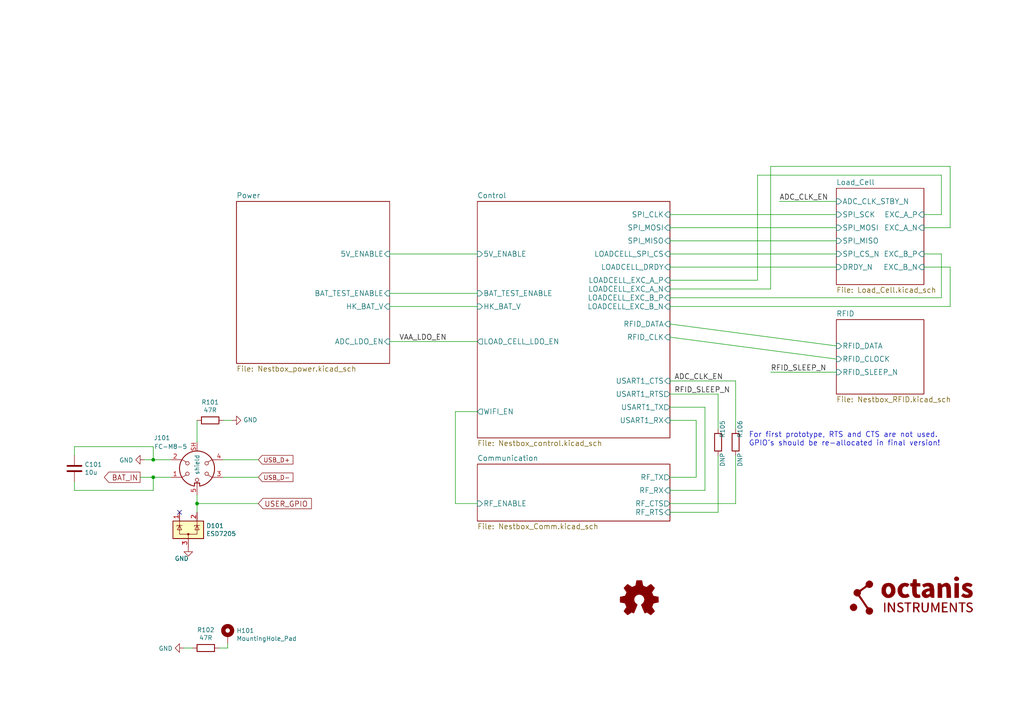
<source format=kicad_sch>
(kicad_sch (version 20211123) (generator eeschema)
  (paper "A4")
  (title_block (title "NB2-MAIN") (date "2022-01-30") (rev "3.2") (company "Octanis Instruments GmbH"))
  (lib_symbols
    (symbol "Device:R" (pin_numbers hide) (pin_names (offset 0))
      (property "Reference" "R" (at 2.032 0 90))
      (property "Value" "Device_R" (at 0 0 90))
      (symbol "R_0_1"
        (rectangle (start -1.016 -2.54) (end 1.016 2.54) (stroke (width 0.254)))
      )
      (symbol "R_1_1"
        (pin passive line (at 0 3.81 270) (length 1.27) (name "~") (number "1"))
        (pin passive line (at 0 -3.81 90) (length 1.27) (name "~") (number "2"))
      )
    )
    (symbol "Graphic:Logo_Open_Hardware_Small" (pin_names (offset 1.016))
      (symbol "Logo_Open_Hardware_Small_0_1"
        (polyline (pts (xy 3.3528 -4.3434) (xy 3.302 -4.318) (xy 3.175 -4.2418) (xy 2.9972 -4.1148) (xy 2.7686 -3.9624) (xy 2.54 -3.81) (xy 2.3622 -3.7084) (xy 2.2352 -3.6068) (xy 2.1844 -3.5814) (xy 2.159 -3.6068) (xy 2.0574 -3.6576) (xy 1.905 -3.7338) (xy 1.8034 -3.7846) (xy 1.6764 -3.8354) (xy 1.6002 -3.8354) (xy 1.6002 -3.8354) (xy 1.5494 -3.7338) (xy 1.4732 -3.5306) (xy 1.3462 -3.302) (xy 1.2446 -3.0226) (xy 1.1176 -2.7178) (xy 0.9652 -2.413) (xy 0.8636 -2.1082) (xy 0.7366 -1.8288) (xy 0.6604 -1.6256) (xy 0.6096 -1.4732) (xy 0.5842 -1.397) (xy 0.5842 -1.397) (xy 0.6604 -1.3208) (xy 0.7874 -1.2446) (xy 1.0414 -1.016) (xy 1.2954 -0.6858) (xy 1.4478 -0.3302) (xy 1.524 0.0762) (xy 1.4732 0.4572) (xy 1.3208 0.8128) (xy 1.0668 1.143) (xy 0.762 1.3716) (xy 0.4064 1.524) (xy 0 1.5748) (xy -0.381 1.5494) (xy -0.7366 1.397) (xy -1.0668 1.143) (xy -1.2192 0.9906) (xy -1.397 0.6604) (xy -1.524 0.3048) (xy -1.524 0.2286) (xy -1.4986 -0.1778) (xy -1.397 -0.5334) (xy -1.1938 -0.8636) (xy -0.9144 -1.143) (xy -0.8636 -1.1684) (xy -0.7366 -1.27) (xy -0.635 -1.3462) (xy -0.5842 -1.397) (xy -1.0668 -2.5908) (xy -1.143 -2.794) (xy -1.2954 -3.1242) (xy -1.397 -3.4036) (xy -1.4986 -3.6322) (xy -1.5748 -3.7846) (xy -1.6002 -3.8354) (xy -1.6002 -3.8354) (xy -1.651 -3.8354) (xy -1.7272 -3.81) (xy -1.905 -3.7338) (xy -2.0066 -3.683) (xy -2.1336 -3.6068) (xy -2.2098 -3.5814) (xy -2.2606 -3.6068) (xy -2.3622 -3.683) (xy -2.54 -3.81) (xy -2.7686 -3.9624) (xy -2.9718 -4.0894) (xy -3.1496 -4.2164) (xy -3.302 -4.318) (xy -3.3528 -4.3434) (xy -3.3782 -4.3434) (xy -3.429 -4.318) (xy -3.5306 -4.2164) (xy -3.7084 -4.064) (xy -3.937 -3.8354) (xy -3.9624 -3.81) (xy -4.1656 -3.6068) (xy -4.318 -3.4544) (xy -4.4196 -3.3274) (xy -4.445 -3.2766) (xy -4.445 -3.2766) (xy -4.4196 -3.2258) (xy -4.318 -3.0734) (xy -4.2164 -2.8956) (xy -4.064 -2.667) (xy -3.6576 -2.0828) (xy -3.8862 -1.5494) (xy -3.937 -1.3716) (xy -4.0386 -1.1684) (xy -4.0894 -1.0414) (xy -4.1148 -0.9652) (xy -4.191 -0.9398) (xy -4.318 -0.9144) (xy -4.5466 -0.8636) (xy -4.8006 -0.8128) (xy -5.0546 -0.7874) (xy -5.2578 -0.7366) (xy -5.4356 -0.7112) (xy -5.5118 -0.6858) (xy -5.5118 -0.6858) (xy -5.5372 -0.635) (xy -5.5372 -0.5588) (xy -5.5372 -0.4318) (xy -5.5626 -0.2286) (xy -5.5626 0.0762) (xy -5.5626 0.127) (xy -5.5372 0.4064) (xy -5.5372 0.635) (xy -5.5372 0.762) (xy -5.5372 0.8382) (xy -5.5372 0.8382) (xy -5.461 0.8382) (xy -5.3086 0.889) (xy -5.08 0.9144) (xy -4.826 0.9652) (xy -4.8006 0.9906) (xy -4.5466 1.0414) (xy -4.318 1.0668) (xy -4.1656 1.1176) (xy -4.0894 1.143) (xy -4.0894 1.143) (xy -4.0386 1.2446) (xy -3.9624 1.4224) (xy -3.8608 1.6256) (xy -3.7846 1.8288) (xy -3.7084 2.0066) (xy -3.6576 2.159) (xy -3.6322 2.2098) (xy -3.6322 2.2098) (xy -3.683 2.286) (xy -3.7592 2.413) (xy -3.8862 2.5908) (xy -4.064 2.8194) (xy -4.064 2.8448) (xy -4.2164 3.0734) (xy -4.3434 3.2512) (xy -4.4196 3.3782) (xy -4.445 3.4544) (xy -4.445 3.4544) (xy -4.3942 3.5052) (xy -4.2926 3.6322) (xy -4.1148 3.81) (xy -3.937 4.0132) (xy -3.8608 4.064) (xy -3.6576 4.2926) (xy -3.5052 4.4196) (xy -3.4036 4.4958) (xy -3.3528 4.5212) (xy -3.3528 4.5212) (xy -3.302 4.4704) (xy -3.1496 4.3688) (xy -2.9718 4.2418) (xy -2.7432 4.0894) (xy -2.7178 4.0894) (xy -2.4892 3.937) (xy -2.3114 3.81) (xy -2.1844 3.7084) (xy -2.1336 3.683) (xy -2.1082 3.683) (xy -2.032 3.7084) (xy -1.8542 3.7592) (xy -1.6764 3.8354) (xy -1.4732 3.937) (xy -1.27 4.0132) (xy -1.143 4.064) (xy -1.0668 4.1148) (xy -1.0668 4.1148) (xy -1.0414 4.191) (xy -1.016 4.3434) (xy -0.9652 4.572) (xy -0.9144 4.8514) (xy -0.889 4.9022) (xy -0.8382 5.1562) (xy -0.8128 5.3848) (xy -0.7874 5.5372) (xy -0.762 5.588) (xy -0.7112 5.6134) (xy -0.5842 5.6134) (xy -0.4064 5.6134) (xy -0.1524 5.6134) (xy 0.0762 5.6134) (xy 0.3302 5.6134) (xy 0.5334 5.6134) (xy 0.6858 5.588) (xy 0.7366 5.588) (xy 0.7366 5.588) (xy 0.762 5.5118) (xy 0.8128 5.334) (xy 0.8382 5.1054) (xy 0.9144 4.826) (xy 0.9144 4.7752) (xy 0.9652 4.5212) (xy 1.016 4.2926) (xy 1.0414 4.1402) (xy 1.0668 4.0894) (xy 1.0668 4.0894) (xy 1.1938 4.0386) (xy 1.3716 3.9624) (xy 1.5748 3.8608) (xy 2.0828 3.6576) (xy 2.7178 4.0894) (xy 2.7686 4.1402) (xy 2.9972 4.2926) (xy 3.175 4.4196) (xy 3.302 4.4958) (xy 3.3782 4.5212) (xy 3.3782 4.5212) (xy 3.429 4.4704) (xy 3.556 4.3434) (xy 3.7338 4.191) (xy 3.9116 3.9878) (xy 4.064 3.8354) (xy 4.2418 3.6576) (xy 4.3434 3.556) (xy 4.4196 3.4798) (xy 4.4196 3.429) (xy 4.4196 3.4036) (xy 4.3942 3.3274) (xy 4.2926 3.2004) (xy 4.1656 2.9972) (xy 4.0132 2.794) (xy 3.8862 2.5908) (xy 3.7592 2.3876) (xy 3.6576 2.2352) (xy 3.6322 2.159) (xy 3.6322 2.1336) (xy 3.683 2.0066) (xy 3.7592 1.8288) (xy 3.8608 1.6002) (xy 4.064 1.1176) (xy 4.3942 1.0414) (xy 4.5974 1.016) (xy 4.8768 0.9652) (xy 5.1308 0.9144) (xy 5.5372 0.8382) (xy 5.5626 -0.6604) (xy 5.4864 -0.6858) (xy 5.4356 -0.6858) (xy 5.2832 -0.7366) (xy 5.0546 -0.762) (xy 4.8006 -0.8128) (xy 4.5974 -0.8636) (xy 4.3688 -0.9144) (xy 4.2164 -0.9398) (xy 4.1402 -0.9398) (xy 4.1148 -0.9652) (xy 4.064 -1.0668) (xy 3.9878 -1.2446) (xy 3.9116 -1.4478) (xy 3.81 -1.651) (xy 3.7338 -1.8542) (xy 3.683 -2.0066) (xy 3.6576 -2.0828) (xy 3.683 -2.1336) (xy 3.7846 -2.2606) (xy 3.8862 -2.4638) (xy 4.0386 -2.667) (xy 4.191 -2.8956) (xy 4.318 -3.0734) (xy 4.3942 -3.2004) (xy 4.445 -3.2766) (xy 4.4196 -3.3274) (xy 4.3434 -3.429) (xy 4.1656 -3.5814) (xy 3.937 -3.8354) (xy 3.8862 -3.8608) (xy 3.683 -4.064) (xy 3.5306 -4.2164) (xy 3.4036 -4.318) (xy 3.3528 -4.3434)) (fill (type outline)))
      )
    )
    (symbol "Mechanical:MountingHole_Pad" (pin_numbers hide) (pin_names (offset 1.016) hide)
      (property "Reference" "H" (at 0 6.35 0))
      (property "Value" "Mechanical_MountingHole_Pad" (at 0 4.445 0))
      (symbol "MountingHole_Pad_0_1"
        (circle (center 0 1.27) (radius 1.27) (stroke (width 1.27)))
      )
      (symbol "MountingHole_Pad_1_1"
        (pin input line (at 0 -2.54 90) (length 2.54) (name "1") (number "1"))
      )
    )
    (symbol "Nestbox_v2-rescue:C-device" (pin_numbers hide) (pin_names (offset 0.254))
      (property "Reference" "C" (at 0.635 2.54 0))
      (property "Value" "C-device" (at 0.635 -2.54 0))
      (symbol "C-device_0_1"
        (polyline (pts (xy -2.032 -0.762) (xy 2.032 -0.762)) (stroke (width 0.508)))
        (polyline (pts (xy -2.032 0.762) (xy 2.032 0.762)) (stroke (width 0.508)))
      )
      (symbol "C-device_1_1"
        (pin passive line (at 0 3.81 270) (length 2.794) (name "~") (number "1"))
        (pin passive line (at 0 -3.81 90) (length 2.794) (name "~") (number "2"))
      )
    )
    (symbol "Octanis3:FC-M8-5" (pin_names (offset 1.016))
      (property "Reference" "J101" (at -10.16 8.89 0))
      (property "Value" "FC-M8-5" (at -7.62 6.35 0))
      (symbol "FC-M8-5_0_1"
        (arc (start -5.08 0) (mid -3.8597 -3.3379) (end -0.762 -5.08) (stroke (width 0.254)))
        (circle (center -2.794 -1.524) (radius 0.508))
        (circle (center -2.794 1.524) (radius 0.508))
        (circle (center 0 -3.302) (radius 0.508))
        (polyline (pts (xy 0 -5.08) (xy 0 -3.81)))
        (polyline (pts (xy -5.08 -2.54) (xy -4.318 -2.54) (xy -3.175 -1.905)))
        (polyline (pts (xy -5.08 2.54) (xy -4.318 2.54) (xy -3.175 1.905)))
        (polyline (pts (xy 5.08 -2.54) (xy 4.318 -2.54) (xy 3.175 -1.905)))
        (polyline (pts (xy 5.08 2.54) (xy 4.318 2.54) (xy 3.175 1.905)))
        (polyline (pts (xy -0.762 -4.953) (xy -0.762 -4.191) (xy 0.762 -4.191) (xy 0.762 -4.953)) (stroke (width 0.254)))
        (arc (start 0.762 -5.08) (mid 3.8673 -3.3444) (end 5.08 0) (stroke (width 0.254)))
        (circle (center 2.794 -1.524) (radius 0.508))
        (circle (center 2.794 1.524) (radius 0.508))
        (arc (start 5.08 0) (mid 0 5.08) (end -5.08 0) (stroke (width 0.254)))
      )
      (symbol "FC-M8-5_1_1"
        (pin passive line (at -7.62 -2.54 0) (length 2.54) (name "~") (number "1"))
        (pin passive line (at -7.62 2.54 0) (length 2.54) (name "~") (number "2"))
        (pin passive line (at 7.62 -2.54 180) (length 2.54) (name "~") (number "3"))
        (pin passive line (at 7.62 2.54 180) (length 2.54) (name "~") (number "4"))
        (pin passive line (at 0 -7.62 90) (length 2.54) (name "~") (number "5"))
        (pin passive line (at 0 7.62 270) (length 2.54) (name "shield") (number "SH"))
      )
    )
    (symbol "Power_Protection:SP0502BAHT" (pin_names hide)
      (property "Reference" "D" (at 5.715 2.54 0))
      (property "Value" "Power_Protection_SP0502BAHT" (at 5.715 0.635 0))
      (symbol "SP0502BAHT_0_0"
        (pin passive line (at 0 -5.08 90) (length 2.54) (name "A") (number "3"))
      )
      (symbol "SP0502BAHT_0_1"
        (rectangle (start -4.445 2.54) (end 4.445 -2.54) (stroke (width 0.254)) (fill (type background)))
        (circle (center 0 -1.27) (radius 0.254) (fill (type outline)))
        (polyline (pts (xy -2.54 2.54) (xy -2.54 1.27)))
        (polyline (pts (xy 0 -1.27) (xy 0 -2.54)))
        (polyline (pts (xy 2.54 2.54) (xy 2.54 1.27)))
        (polyline (pts (xy -3.302 1.016) (xy -3.302 1.27) (xy -1.905 1.27) (xy -1.778 1.27)))
        (polyline (pts (xy -2.54 1.27) (xy -2.54 -1.27) (xy 2.54 -1.27) (xy 2.54 1.27)))
        (polyline (pts (xy -2.54 1.27) (xy -1.905 0) (xy -3.175 0) (xy -2.54 1.27)))
        (polyline (pts (xy 1.778 1.016) (xy 1.778 1.27) (xy 3.175 1.27) (xy 3.302 1.27)))
        (polyline (pts (xy 2.54 1.27) (xy 1.905 0) (xy 3.175 0) (xy 2.54 1.27)))
      )
      (symbol "SP0502BAHT_1_1"
        (pin passive line (at -2.54 5.08 270) (length 2.54) (name "K") (number "1"))
        (pin passive line (at 2.54 5.08 270) (length 2.54) (name "K") (number "2"))
      )
    )
    (symbol "oi_logo:LOGO" (pin_names (offset 1.016))
      (symbol "LOGO_0_0"
        (polyline (pts (xy 13.9192 3.5306) (xy 12.7 3.5306) (xy 12.7 -0.635) (xy 13.9192 -0.635) (xy 13.9192 3.5306)) (stroke (width 0.0254)) (fill (type outline)))
        (polyline (pts (xy 13.589 4.2926) (xy 13.843 4.4704) (xy 13.9954 4.7498) (xy 13.97 5.0038) (xy 13.7922 5.2578) (xy 13.716 5.3086) (xy 13.4366 5.461) (xy 13.1318 5.461) (xy 12.8778 5.3594) (xy 12.6746 5.1308) (xy 12.5984 4.8514) (xy 12.6492 4.6228) (xy 12.7762 4.3942) (xy 12.9794 4.2672) (xy 13.2842 4.2164) (xy 13.589 4.2926)) (stroke (width 0.0254)) (fill (type outline)))
        (polyline (pts (xy -7.4676 -4.7752) (xy -7.4422 -4.6228) (xy -7.4168 -4.3688) (xy -7.4168 -2.5908) (xy -7.4422 -2.3114) (xy -7.4676 -2.1336) (xy -7.493 -2.0574) (xy -7.5438 -2.032) (xy -7.5946 -2.0574) (xy -7.62 -2.1082) (xy -7.6454 -2.2606) (xy -7.6708 -2.5146) (xy -7.6708 -4.2926) (xy -7.6454 -4.572) (xy -7.62 -4.7498) (xy -7.5946 -4.826) (xy -7.5438 -4.8514) (xy -7.493 -4.8514) (xy -7.4676 -4.7752)) (stroke (width 0.0254)) (fill (type outline)))
        (polyline (pts (xy -16.1798 -4.3942) (xy -15.9258 -4.2418) (xy -15.748 -4.0386) (xy -15.5956 -3.6576) (xy -15.5702 -3.2766) (xy -15.6972 -2.921) (xy -15.9512 -2.6162) (xy -16.3322 -2.4384) (xy -16.4338 -2.413) (xy -16.7894 -2.4384) (xy -17.1196 -2.5908) (xy -17.4244 -2.8448) (xy -17.6022 -3.175) (xy -17.6276 -3.4036) (xy -17.5768 -3.7846) (xy -17.3482 -4.1148) (xy -16.9926 -4.3942) (xy -16.8148 -4.4704) (xy -16.51 -4.4704) (xy -16.1798 -4.3942)) (stroke (width 0.0254)) (fill (type outline)))
        (polyline (pts (xy 10.6172 -4.826) (xy 10.7188 -4.7752) (xy 10.7442 -4.7244) (xy 10.7442 -4.6736) (xy 10.6426 -4.6228) (xy 10.4394 -4.5974) (xy 9.4234 -4.5974) (xy 9.4234 -3.5306) (xy 10.3124 -3.5306) (xy 10.4394 -3.4798) (xy 10.4902 -3.4036) (xy 10.4902 -3.3782) (xy 10.4394 -3.302) (xy 10.2616 -3.2766) (xy 9.4234 -3.2766) (xy 9.4234 -2.286) (xy 10.4902 -2.286) (xy 10.6426 -2.2352) (xy 10.668 -2.159) (xy 10.6172 -2.0828) (xy 10.4902 -2.0574) (xy 10.2616 -2.032) (xy 9.0678 -2.032) (xy 9.0678 -4.8514) (xy 10.3886 -4.8514) (xy 10.6172 -4.826)) (stroke (width 0.0254)) (fill (type outline)))
        (polyline (pts (xy 15.0368 -4.7752) (xy 15.0622 -4.6482) (xy 15.0622 -4.4196) (xy 15.0876 -4.064) (xy 15.0876 -2.286) (xy 15.6464 -2.286) (xy 15.8242 -2.2606) (xy 15.875 -2.159) (xy 15.8496 -2.1082) (xy 15.7734 -2.0828) (xy 15.5956 -2.0574) (xy 15.2908 -2.032) (xy 14.5034 -2.032) (xy 14.1732 -2.0574) (xy 13.97 -2.0574) (xy 13.8684 -2.1082) (xy 13.843 -2.159) (xy 13.8684 -2.2352) (xy 13.9954 -2.286) (xy 14.732 -2.286) (xy 14.732 -4.4958) (xy 14.7574 -4.699) (xy 14.7828 -4.8006) (xy 14.8336 -4.8514) (xy 14.986 -4.8514) (xy 15.0368 -4.7752)) (stroke (width 0.0254)) (fill (type outline)))
        (polyline (pts (xy -0.7874 -4.8006) (xy -0.7366 -4.6736) (xy -0.7112 -4.4704) (xy -0.7112 -4.1148) (xy -0.6858 -3.6068) (xy -0.6604 -2.3368) (xy -0.254 -2.3114) (xy -0.1016 -2.3114) (xy 0.1016 -2.2606) (xy 0.1778 -2.159) (xy 0.1524 -2.1336) (xy 0.0762 -2.0828) (xy -0.1016 -2.0574) (xy -0.4064 -2.032) (xy -1.1938 -2.032) (xy -1.524 -2.0574) (xy -1.7272 -2.0574) (xy -1.8288 -2.1082) (xy -1.8542 -2.159) (xy -1.8288 -2.2352) (xy -1.7018 -2.286) (xy -0.9652 -2.286) (xy -0.9652 -4.5466) (xy -0.9398 -4.7244) (xy -0.889 -4.826) (xy -0.8382 -4.8514) (xy -0.7874 -4.8006)) (stroke (width 0.0254)) (fill (type outline)))
        (polyline (pts (xy 9.0678 2.286) (xy 9.3726 2.4638) (xy 9.6012 2.5908) (xy 9.906 2.6416) (xy 10.1854 2.5146) (xy 10.2108 2.4892) (xy 10.2616 2.413) (xy 10.3124 2.3114) (xy 10.3378 2.1336) (xy 10.3632 1.8542) (xy 10.3632 1.4478) (xy 10.3886 0.889) (xy 10.414 -0.635) (xy 11.6586 -0.635) (xy 11.6332 0.9906) (xy 11.6332 1.0922) (xy 11.6078 1.651) (xy 11.5824 2.0828) (xy 11.557 2.3876) (xy 11.5316 2.6162) (xy 11.4808 2.794) (xy 11.4046 2.9464) (xy 11.1506 3.3274) (xy 10.795 3.556) (xy 10.3886 3.6576) (xy 9.906 3.5814) (xy 9.4234 3.3528) (xy 9.2202 3.2258) (xy 9.0424 3.1242) (xy 8.9408 3.0734) (xy 8.8646 3.302) (xy 8.8392 3.4036) (xy 8.763 3.4798) (xy 8.6106 3.5052) (xy 8.3312 3.5306) (xy 7.8486 3.5306) (xy 7.8486 -0.635) (xy 9.0678 -0.635) (xy 9.0678 2.286)) (stroke (width 0.0254)) (fill (type outline)))
        (polyline (pts (xy -1.143 -0.6096) (xy -0.7112 -0.4318) (xy -0.3556 -0.2286) (xy -0.5588 0.0762) (xy -0.5842 0.1524) (xy -0.7366 0.381) (xy -0.8382 0.4826) (xy -0.9652 0.4826) (xy -1.143 0.4064) (xy -1.4732 0.2794) (xy -1.8288 0.3048) (xy -2.159 0.4572) (xy -2.3876 0.7366) (xy -2.5146 1.1176) (xy -2.54 1.6002) (xy -2.4384 2.0066) (xy -2.2606 2.3622) (xy -1.9812 2.5908) (xy -1.651 2.667) (xy -1.2954 2.6162) (xy -0.9906 2.4638) (xy -0.7112 2.8448) (xy -0.4318 3.2004) (xy -0.635 3.3528) (xy -0.8636 3.4798) (xy -1.2954 3.6068) (xy -1.778 3.6322) (xy -2.286 3.556) (xy -2.7178 3.4036) (xy -2.8194 3.3274) (xy -3.048 3.1496) (xy -3.2766 2.921) (xy -3.4798 2.667) (xy -3.7084 2.159) (xy -3.7846 1.6002) (xy -3.7592 1.0668) (xy -3.6068 0.5334) (xy -3.3528 0.0508) (xy -2.9718 -0.3302) (xy -2.5146 -0.5842) (xy -2.1336 -0.6604) (xy -1.6256 -0.6858) (xy -1.143 -0.6096)) (stroke (width 0.0254)) (fill (type outline)))
        (polyline (pts (xy 2.5654 -0.635) (xy 2.667 -0.5842) (xy 2.7432 -0.4826) (xy 2.7432 -0.2794) (xy 2.6924 0.0508) (xy 2.6416 0.1778) (xy 2.5146 0.254) (xy 2.286 0.254) (xy 2.0828 0.2794) (xy 1.905 0.3556) (xy 1.778 0.4826) (xy 1.7272 0.7366) (xy 1.6764 1.1176) (xy 1.6764 2.6416) (xy 2.7178 2.6416) (xy 2.7178 3.5052) (xy 2.2352 3.5306) (xy 1.7272 3.556) (xy 1.7018 4.1148) (xy 1.651 4.6736) (xy 0.7112 4.6736) (xy 0.6604 4.3434) (xy 0.6096 4.1402) (xy 0.5588 3.8354) (xy 0.508 3.6322) (xy 0.4572 3.556) (xy 0.3556 3.5306) (xy -0.1016 3.5306) (xy -0.1016 2.8702) (xy -0.0508 2.7178) (xy 0.0254 2.6416) (xy 0.4318 2.6416) (xy 0.4318 1.7526) (xy 0.4572 1.0668) (xy 0.508 0.5588) (xy 0.6096 0.1524) (xy 0.762 -0.1524) (xy 0.9652 -0.381) (xy 1.2446 -0.5588) (xy 1.3208 -0.6096) (xy 1.7018 -0.6858) (xy 2.159 -0.6858) (xy 2.5654 -0.635)) (stroke (width 0.0254)) (fill (type outline)))
        (polyline (pts (xy 13.2334 -4.826) (xy 13.2588 -4.7498) (xy 13.2842 -4.5974) (xy 13.3096 -4.3434) (xy 13.3096 -2.6162) (xy 13.2842 -2.3368) (xy 13.2588 -2.159) (xy 13.2334 -2.0574) (xy 13.1826 -2.032) (xy 13.1318 -2.0574) (xy 13.081 -2.1844) (xy 13.0556 -2.3876) (xy 13.0302 -2.7178) (xy 13.0302 -3.2004) (xy 13.0048 -4.3688) (xy 12.3444 -3.2004) (xy 12.2428 -3.0226) (xy 11.9888 -2.5654) (xy 11.7856 -2.2606) (xy 11.6332 -2.0828) (xy 11.5316 -2.032) (xy 11.5062 -2.032) (xy 11.4554 -2.0574) (xy 11.4046 -2.1336) (xy 11.4046 -2.286) (xy 11.3792 -2.54) (xy 11.3792 -4.2926) (xy 11.4046 -4.572) (xy 11.43 -4.7498) (xy 11.4554 -4.826) (xy 11.5062 -4.8514) (xy 11.557 -4.826) (xy 11.6078 -4.699) (xy 11.6332 -4.4958) (xy 11.6332 -2.5146) (xy 12.319 -3.683) (xy 12.446 -3.937) (xy 12.7254 -4.3688) (xy 12.9032 -4.6482) (xy 13.0556 -4.8006) (xy 13.1572 -4.8514) (xy 13.1826 -4.8514) (xy 13.2334 -4.826)) (stroke (width 0.0254)) (fill (type outline)))
        (polyline (pts (xy 4.5974 -4.8006) (xy 4.826 -4.6482) (xy 5.0038 -4.3942) (xy 5.1054 -4.0386) (xy 5.1816 -3.5052) (xy 5.207 -2.8448) (xy 5.207 -2.54) (xy 5.1816 -2.2606) (xy 5.1562 -2.1082) (xy 5.1054 -2.0574) (xy 5.0292 -2.032) (xy 4.9784 -2.032) (xy 4.9276 -2.0828) (xy 4.8768 -2.1844) (xy 4.8514 -2.3622) (xy 4.8514 -2.667) (xy 4.826 -3.1242) (xy 4.826 -3.6068) (xy 4.8006 -3.937) (xy 4.7498 -4.1656) (xy 4.699 -4.2926) (xy 4.5466 -4.4958) (xy 4.2672 -4.5974) (xy 3.9624 -4.572) (xy 3.7084 -4.4196) (xy 3.6576 -4.3942) (xy 3.6068 -4.2926) (xy 3.556 -4.1402) (xy 3.5306 -3.937) (xy 3.5306 -2.7686) (xy 3.5052 -2.413) (xy 3.5052 -2.2098) (xy 3.4798 -2.0828) (xy 3.429 -2.032) (xy 3.302 -2.032) (xy 3.2512 -2.0574) (xy 3.2004 -2.159) (xy 3.175 -2.3114) (xy 3.175 -3.4544) (xy 3.2258 -3.9624) (xy 3.302 -4.3434) (xy 3.4036 -4.5974) (xy 3.5814 -4.7498) (xy 3.6322 -4.7752) (xy 3.8608 -4.826) (xy 4.1656 -4.8514) (xy 4.2672 -4.8514) (xy 4.5974 -4.8006)) (stroke (width 0.0254)) (fill (type outline)))
        (polyline (pts (xy -2.7432 -4.826) (xy -2.413 -4.699) (xy -2.1844 -4.4704) (xy -2.1082 -4.1148) (xy -2.1336 -4.064) (xy -2.159 -3.8354) (xy -2.286 -3.6322) (xy -2.54 -3.429) (xy -2.921 -3.2258) (xy -3.0226 -3.175) (xy -3.302 -3.0226) (xy -3.4544 -2.8956) (xy -3.5306 -2.7432) (xy -3.5052 -2.5908) (xy -3.3528 -2.413) (xy -3.1242 -2.3114) (xy -2.8448 -2.3114) (xy -2.54 -2.3876) (xy -2.413 -2.4384) (xy -2.286 -2.413) (xy -2.2606 -2.3114) (xy -2.3876 -2.1844) (xy -2.413 -2.1844) (xy -2.6924 -2.0574) (xy -3.0226 -2.032) (xy -3.3528 -2.0828) (xy -3.6068 -2.2098) (xy -3.7846 -2.413) (xy -3.8608 -2.7178) (xy -3.7846 -2.9972) (xy -3.5306 -3.2766) (xy -3.0988 -3.5306) (xy -2.5908 -3.8354) (xy -2.4892 -3.9624) (xy -2.413 -4.1402) (xy -2.4892 -4.3434) (xy -2.6416 -4.4958) (xy -2.8956 -4.572) (xy -3.2258 -4.572) (xy -3.5306 -4.445) (xy -3.6576 -4.3942) (xy -3.8608 -4.3688) (xy -3.9624 -4.4196) (xy -3.9116 -4.5466) (xy -3.7338 -4.699) (xy -3.7084 -4.7244) (xy -3.4036 -4.826) (xy -3.0226 -4.8514) (xy -2.7432 -4.826)) (stroke (width 0.0254)) (fill (type outline)))
        (polyline (pts (xy 17.3228 -4.826) (xy 17.526 -4.7752) (xy 17.7292 -4.5974) (xy 17.8816 -4.3942) (xy 17.9832 -4.0894) (xy 17.907 -3.81) (xy 17.653 -3.5306) (xy 17.2212 -3.2766) (xy 16.8402 -3.0734) (xy 16.6116 -2.8702) (xy 16.5608 -2.6924) (xy 16.637 -2.4892) (xy 16.8402 -2.3368) (xy 17.145 -2.3114) (xy 17.6784 -2.4638) (xy 17.8308 -2.413) (xy 17.8562 -2.3368) (xy 17.7546 -2.2352) (xy 17.5514 -2.1336) (xy 17.2974 -2.0574) (xy 17.018 -2.032) (xy 16.9926 -2.032) (xy 16.6624 -2.1082) (xy 16.4084 -2.286) (xy 16.256 -2.54) (xy 16.2306 -2.8448) (xy 16.3322 -3.1242) (xy 16.4846 -3.2512) (xy 16.7386 -3.4036) (xy 17.018 -3.5814) (xy 17.2212 -3.6576) (xy 17.4498 -3.81) (xy 17.5768 -3.937) (xy 17.6276 -4.064) (xy 17.6022 -4.2418) (xy 17.5006 -4.445) (xy 17.3482 -4.5466) (xy 17.0434 -4.5974) (xy 16.7386 -4.5466) (xy 16.4592 -4.4196) (xy 16.2814 -4.318) (xy 16.1798 -4.2926) (xy 16.129 -4.3942) (xy 16.1798 -4.572) (xy 16.383 -4.7244) (xy 16.4592 -4.7498) (xy 16.7386 -4.826) (xy 17.0434 -4.8514) (xy 17.3228 -4.826)) (stroke (width 0.0254)) (fill (type outline)))
        (polyline (pts (xy -6.2992 -4.8006) (xy -6.2738 -4.6736) (xy -6.2738 -2.6162) (xy -6.2484 -2.5654) (xy -6.223 -2.5908) (xy -6.1468 -2.7432) (xy -5.9944 -3.0226) (xy -5.7912 -3.3528) (xy -5.5626 -3.7592) (xy -5.5118 -3.8862) (xy -5.2324 -4.318) (xy -5.0292 -4.5974) (xy -4.9022 -4.7752) (xy -4.7752 -4.8514) (xy -4.7244 -4.8514) (xy -4.6736 -4.826) (xy -4.6228 -4.7498) (xy -4.5974 -4.5974) (xy -4.5974 -2.3368) (xy -4.6228 -2.159) (xy -4.6482 -2.0828) (xy -4.699 -2.032) (xy -4.8006 -2.032) (xy -4.8768 -2.0574) (xy -4.9022 -2.0828) (xy -4.9276 -2.2098) (xy -4.953 -2.413) (xy -4.953 -2.7432) (xy -4.9276 -3.2258) (xy -4.8768 -4.4196) (xy -5.5626 -3.2258) (xy -5.6642 -3.0226) (xy -5.8928 -2.6162) (xy -6.096 -2.3368) (xy -6.223 -2.159) (xy -6.3246 -2.0574) (xy -6.4262 -2.032) (xy -6.477 -2.032) (xy -6.5532 -2.0574) (xy -6.5786 -2.1336) (xy -6.604 -2.286) (xy -6.604 -2.54) (xy -6.6294 -2.921) (xy -6.6294 -3.8608) (xy -6.604 -4.2672) (xy -6.604 -4.5466) (xy -6.5786 -4.7244) (xy -6.5532 -4.8006) (xy -6.5024 -4.8514) (xy -6.35 -4.8514) (xy -6.2992 -4.8006)) (stroke (width 0.0254)) (fill (type outline)))
        (polyline (pts (xy -6.0706 -0.6604) (xy -5.5372 -0.4572) (xy -5.08 -0.127) (xy -4.7498 0.3302) (xy -4.6482 0.5334) (xy -4.5466 0.7874) (xy -4.4958 1.0668) (xy -4.4704 1.4478) (xy -4.4704 1.524) (xy -4.5466 2.159) (xy -4.7752 2.6924) (xy -5.1054 3.1242) (xy -5.6134 3.4544) (xy -5.8674 3.556) (xy -6.3754 3.6322) (xy -6.9088 3.5814) (xy -7.4168 3.429) (xy -7.8486 3.1496) (xy -8.0772 2.8448) (xy -8.3058 2.3622) (xy -8.4328 1.8288) (xy -8.4328 1.4224) (xy -7.239 1.4224) (xy -7.239 1.5748) (xy -7.1628 2.0574) (xy -7.0358 2.3876) (xy -6.7818 2.5908) (xy -6.7564 2.6162) (xy -6.4262 2.6924) (xy -6.1214 2.6162) (xy -5.8928 2.3622) (xy -5.7404 1.9558) (xy -5.6896 1.7272) (xy -5.6896 1.2446) (xy -5.7912 0.8382) (xy -6.0198 0.508) (xy -6.0198 0.4826) (xy -6.2992 0.3048) (xy -6.5786 0.254) (xy -6.8326 0.381) (xy -7.0358 0.6096) (xy -7.1882 0.9652) (xy -7.239 1.4224) (xy -8.4328 1.4224) (xy -8.4582 1.2446) (xy -8.382 0.6604) (xy -8.3566 0.5842) (xy -8.1534 0.254) (xy -7.874 -0.1016) (xy -7.5438 -0.381) (xy -7.1882 -0.5842) (xy -7.1628 -0.5842) (xy -6.604 -0.7112) (xy -6.0706 -0.6604)) (stroke (width 0.0254)) (fill (type outline)))
        (polyline (pts (xy 0.9906 -4.826) (xy 1.016 -4.7498) (xy 1.0414 -4.572) (xy 1.0668 -4.2418) (xy 1.0668 -3.6322) (xy 1.4732 -3.6322) (xy 1.6002 -3.7338) (xy 1.7272 -3.9116) (xy 1.905 -4.191) (xy 1.9304 -4.2418) (xy 2.0828 -4.5212) (xy 2.2352 -4.7244) (xy 2.3368 -4.826) (xy 2.3622 -4.826) (xy 2.4892 -4.8514) (xy 2.54 -4.7752) (xy 2.4638 -4.572) (xy 2.286 -4.2418) (xy 2.2606 -4.191) (xy 2.0828 -3.9116) (xy 2.032 -3.7338) (xy 2.032 -3.6322) (xy 2.0828 -3.5814) (xy 2.3114 -3.4036) (xy 2.4892 -3.1496) (xy 2.54 -2.8448) (xy 2.5146 -2.6162) (xy 2.413 -2.3368) (xy 2.159 -2.159) (xy 1.8034 -2.0574) (xy 1.27 -2.032) (xy 0.7112 -2.032) (xy 0.7112 -3.3528) (xy 1.0668 -3.3528) (xy 1.0668 -2.286) (xy 1.4478 -2.286) (xy 1.7272 -2.3368) (xy 1.9812 -2.3876) (xy 2.1082 -2.4384) (xy 2.1844 -2.5908) (xy 2.2098 -2.8194) (xy 2.2098 -2.8956) (xy 2.159 -3.1242) (xy 2.032 -3.2766) (xy 1.9812 -3.2766) (xy 1.7526 -3.3274) (xy 1.4478 -3.3528) (xy 1.0668 -3.3528) (xy 0.7112 -3.3528) (xy 0.7112 -4.5212) (xy 0.7366 -4.699) (xy 0.762 -4.8006) (xy 0.8128 -4.8514) (xy 0.889 -4.8514) (xy 0.9906 -4.826)) (stroke (width 0.0254)) (fill (type outline)))
        (polyline (pts (xy 6.223 -4.8006) (xy 6.2484 -4.699) (xy 6.2484 -2.6416) (xy 6.2738 -2.6162) (xy 6.3246 -2.7178) (xy 6.4008 -2.9464) (xy 6.5278 -3.2766) (xy 6.6802 -3.6576) (xy 6.7818 -3.937) (xy 6.9342 -4.2418) (xy 7.0358 -4.4704) (xy 7.112 -4.572) (xy 7.1628 -4.4958) (xy 7.2898 -4.2926) (xy 7.4168 -3.9624) (xy 7.5946 -3.5306) (xy 7.5946 -3.4798) (xy 7.747 -3.0734) (xy 7.8486 -2.7686) (xy 7.9502 -2.54) (xy 7.9756 -2.4638) (xy 7.9756 -3.2258) (xy 7.9502 -3.6576) (xy 7.9502 -3.81) (xy 7.9248 -4.2418) (xy 7.9248 -4.5466) (xy 7.9502 -4.7244) (xy 7.9756 -4.8006) (xy 8.0264 -4.8514) (xy 8.1534 -4.8514) (xy 8.2042 -4.826) (xy 8.255 -4.7498) (xy 8.2804 -4.5974) (xy 8.2804 -2.032) (xy 8.0264 -2.032) (xy 7.9502 -2.0828) (xy 7.874 -2.1844) (xy 7.7724 -2.3622) (xy 7.6454 -2.667) (xy 7.493 -3.0988) (xy 7.112 -4.1656) (xy 6.731 -3.1242) (xy 6.604 -2.7178) (xy 6.477 -2.413) (xy 6.3754 -2.2098) (xy 6.2738 -2.0828) (xy 6.1722 -2.0574) (xy 6.1214 -2.032) (xy 6.0706 -2.0574) (xy 6.0198 -2.1336) (xy 6.0198 -2.286) (xy 5.9944 -2.54) (xy 5.9944 -4.3688) (xy 6.0198 -4.6228) (xy 6.0452 -4.7752) (xy 6.0706 -4.826) (xy 6.1214 -4.8514) (xy 6.1722 -4.8514) (xy 6.223 -4.8006)) (stroke (width 0.0254)) (fill (type outline)))
        (polyline (pts (xy 16.5608 -0.6604) (xy 16.9672 -0.6096) (xy 17.2974 -0.4826) (xy 17.653 -0.2032) (xy 17.8816 0.1524) (xy 17.9324 0.6096) (xy 17.9324 0.635) (xy 17.8816 1.016) (xy 17.7292 1.2954) (xy 17.4498 1.5494) (xy 17.0434 1.778) (xy 16.891 1.8288) (xy 16.129 2.2098) (xy 16.0782 2.286) (xy 16.0528 2.3622) (xy 16.0528 2.4638) (xy 16.0782 2.4638) (xy 16.1036 2.6162) (xy 16.2306 2.6924) (xy 16.4592 2.7178) (xy 16.7894 2.6924) (xy 17.1196 2.5908) (xy 17.1704 2.5654) (xy 17.3482 2.4892) (xy 17.4498 2.5146) (xy 17.5514 2.6416) (xy 17.6276 2.7178) (xy 17.78 2.9464) (xy 17.8308 3.0988) (xy 17.78 3.2258) (xy 17.6022 3.3274) (xy 17.1704 3.5306) (xy 16.6116 3.6576) (xy 16.0274 3.6068) (xy 15.5194 3.4036) (xy 15.1892 3.175) (xy 14.9606 2.794) (xy 14.9098 2.3368) (xy 14.9352 2.0828) (xy 15.0368 1.8288) (xy 15.24 1.5748) (xy 15.5702 1.3462) (xy 16.0528 1.0922) (xy 16.3322 0.9652) (xy 16.6624 0.762) (xy 16.8148 0.5842) (xy 16.8402 0.4318) (xy 16.7132 0.2794) (xy 16.6624 0.2794) (xy 16.383 0.1778) (xy 16.002 0.2286) (xy 15.5956 0.381) (xy 15.1892 0.5842) (xy 14.9098 0.2286) (xy 14.6558 -0.1524) (xy 14.9352 -0.3048) (xy 14.9606 -0.3302) (xy 15.24 -0.4826) (xy 15.5448 -0.5842) (xy 15.6718 -0.635) (xy 16.1036 -0.6858) (xy 16.5608 -0.6604)) (stroke (width 0.0254)) (fill (type outline)))
        (polyline (pts (xy 4.8006 -0.635) (xy 5.1054 -0.5334) (xy 5.3594 -0.4064) (xy 5.5118 -0.2794) (xy 5.588 -0.2032) (xy 5.6896 -0.2032) (xy 5.7404 -0.381) (xy 5.7658 -0.4572) (xy 5.842 -0.5334) (xy 5.9944 -0.5842) (xy 6.2738 -0.6096) (xy 6.7818 -0.635) (xy 6.7818 1.4986) (xy 6.731 2.0574) (xy 6.6548 2.5146) (xy 6.5786 2.8448) (xy 6.4262 3.0734) (xy 6.35 3.2004) (xy 5.9944 3.4544) (xy 5.5372 3.6068) (xy 5.0038 3.6322) (xy 4.445 3.5814) (xy 3.8862 3.3782) (xy 3.6068 3.2512) (xy 3.429 3.1496) (xy 3.3528 3.0988) (xy 3.3528 3.0734) (xy 3.4544 2.921) (xy 3.556 2.7178) (xy 3.683 2.5146) (xy 3.7592 2.3876) (xy 3.81 2.3876) (xy 3.9624 2.4384) (xy 4.2164 2.54) (xy 4.4958 2.6416) (xy 4.826 2.7178) (xy 5.1054 2.667) (xy 5.334 2.5146) (xy 5.4356 2.3876) (xy 5.5372 2.2098) (xy 5.5118 2.0574) (xy 5.3086 2.032) (xy 5.207 2.032) (xy 4.826 1.9558) (xy 4.3942 1.8542) (xy 4.0132 1.6764) (xy 3.7084 1.524) (xy 3.5052 1.3462) (xy 3.2766 0.9652) (xy 3.2004 0.5588) (xy 3.2004 0.508) (xy 4.3688 0.508) (xy 4.3688 0.762) (xy 4.5466 0.9906) (xy 4.8514 1.1684) (xy 5.0038 1.2446) (xy 5.2832 1.3208) (xy 5.461 1.2954) (xy 5.5372 1.1684) (xy 5.5626 0.9398) (xy 5.5372 0.7112) (xy 5.4864 0.5334) (xy 5.334 0.4064) (xy 5.1054 0.3048) (xy 4.826 0.254) (xy 4.572 0.3048) (xy 4.4196 0.4318) (xy 4.3688 0.508) (xy 3.2004 0.508) (xy 3.2512 0.1524) (xy 3.4544 -0.2286) (xy 3.81 -0.5334) (xy 3.8354 -0.5334) (xy 4.1148 -0.6604) (xy 4.3942 -0.7112) (xy 4.4958 -0.7112) (xy 4.8006 -0.635)) (stroke (width 0.0254)) (fill (type outline)))
        (polyline (pts (xy -11.6586 -5.4864) (xy -11.3538 -5.3086) (xy -11.1252 -5.0292) (xy -10.9728 -4.6736) (xy -10.9728 -4.2926) (xy -11.0236 -4.1402) (xy -11.2268 -3.8354) (xy -11.5316 -3.6068) (xy -11.8618 -3.4798) (xy -12.192 -3.4798) (xy -12.2682 -3.4544) (xy -12.3444 -3.4036) (xy -12.4714 -3.2766) (xy -12.6492 -3.048) (xy -12.8778 -2.7432) (xy -13.1826 -2.286) (xy -13.5636 -1.7272) (xy -14.7574 0.0508) (xy -14.605 0.3556) (xy -14.5034 0.6096) (xy -14.5034 1.016) (xy -14.478 1.1176) (xy -14.4018 1.2192) (xy -14.2494 1.3716) (xy -13.9954 1.5494) (xy -13.6144 1.8288) (xy -12.7 2.4638) (xy -12.4206 2.3114) (xy -12.3952 2.3114) (xy -12.0396 2.2098) (xy -11.684 2.286) (xy -11.3538 2.4638) (xy -11.1252 2.7178) (xy -10.9728 3.0734) (xy -10.9728 3.4798) (xy -10.9982 3.556) (xy -11.1506 3.8354) (xy -11.43 4.1148) (xy -11.7348 4.2672) (xy -11.9888 4.318) (xy -12.3444 4.2418) (xy -12.6492 4.0386) (xy -12.9032 3.7592) (xy -13.0302 3.429) (xy -13.0302 2.9464) (xy -13.1064 2.8448) (xy -13.2588 2.6924) (xy -13.5128 2.4892) (xy -13.9192 2.2098) (xy -14.8336 1.5748) (xy -15.113 1.7272) (xy -15.1384 1.7272) (xy -15.494 1.8288) (xy -15.8496 1.778) (xy -16.1544 1.6002) (xy -16.4084 1.3208) (xy -16.5354 0.9652) (xy -16.5354 0.5842) (xy -16.51 0.4064) (xy -16.3068 0.127) (xy -16.002 -0.1016) (xy -15.6718 -0.254) (xy -15.3416 -0.254) (xy -15.3416 -0.2286) (xy -15.2654 -0.254) (xy -15.1638 -0.3048) (xy -15.0368 -0.4572) (xy -14.8844 -0.6604) (xy -14.6558 -0.9906) (xy -14.351 -1.4224) (xy -13.97 -1.9812) (xy -12.7762 -3.7846) (xy -12.9286 -4.064) (xy -12.954 -4.1148) (xy -13.0302 -4.4704) (xy -13.0048 -4.8006) (xy -12.8524 -5.1054) (xy -12.7 -5.2578) (xy -12.4714 -5.4102) (xy -12.3698 -5.461) (xy -12.0142 -5.5372) (xy -11.6586 -5.4864)) (stroke (width 0.0254)) (fill (type outline)))
      )
    )
    (symbol "power:GND" (power) (pin_names (offset 0))
      (property "Value" "power_GND" (at 0 -3.81 0))
      (symbol "GND_0_1"
        (polyline (pts (xy 0 0) (xy 0 -1.27) (xy 1.27 -1.27) (xy 0 -2.54) (xy -1.27 -1.27) (xy 0 -1.27)))
      )
      (symbol "GND_1_1"
        (pin power_in line (at 0 0 270) (length 0) hide (name "GND") (number "1"))
      )
    )
  )
  (junction (at 57.15 146.05))
  (junction (at 44.45 138.43))
  (junction (at 44.45 133.35))
  (no_connect (at 52.07 148.59))
  (wire (pts (xy 275.59 88.9) (xy 275.59 77.47)))
  (wire (pts (xy 213.36 146.05) (xy 213.36 132.08)))
  (wire (pts (xy 194.31 93.98) (xy 242.57 100.33)))
  (wire (pts (xy 44.45 129.54) (xy 21.59 129.54)))
  (wire (pts (xy 208.28 132.08) (xy 208.28 148.59)))
  (wire (pts (xy 273.05 73.66) (xy 267.97 73.66)))
  (wire (pts (xy 138.43 85.09) (xy 113.03 85.09)))
  (wire (pts (xy 223.52 107.95) (xy 242.57 107.95)))
  (wire (pts (xy 74.93 146.05) (xy 57.15 146.05)))
  (wire (pts (xy 66.04 187.96) (xy 66.04 186.69)))
  (wire (pts (xy 132.08 146.05) (xy 138.43 146.05)))
  (wire (pts (xy 194.31 118.11) (xy 204.47 118.11)))
  (wire (pts (xy 113.03 99.06) (xy 138.43 99.06)))
  (wire (pts (xy 194.31 146.05) (xy 213.36 146.05)))
  (wire (pts (xy 132.08 119.38) (xy 132.08 146.05)))
  (wire (pts (xy 223.52 48.26) (xy 275.59 48.26)))
  (wire (pts (xy 194.31 86.36) (xy 273.05 86.36)))
  (wire (pts (xy 41.91 133.35) (xy 44.45 133.35)))
  (wire (pts (xy 44.45 133.35) (xy 44.45 129.54)))
  (wire (pts (xy 242.57 77.47) (xy 194.31 77.47)))
  (wire (pts (xy 55.88 187.96) (xy 53.34 187.96)))
  (wire (pts (xy 21.59 139.7) (xy 21.59 142.24)))
  (wire (pts (xy 44.45 142.24) (xy 44.45 138.43)))
  (wire (pts (xy 138.43 73.66) (xy 113.03 73.66)))
  (wire (pts (xy 201.93 138.43) (xy 194.31 138.43)))
  (wire (pts (xy 44.45 133.35) (xy 49.53 133.35)))
  (wire (pts (xy 242.57 69.85) (xy 194.31 69.85)))
  (wire (pts (xy 57.15 121.92) (xy 57.15 128.27)))
  (wire (pts (xy 219.71 50.8) (xy 273.05 50.8)))
  (wire (pts (xy 63.5 187.96) (xy 66.04 187.96)))
  (wire (pts (xy 40.64 138.43) (xy 44.45 138.43)))
  (wire (pts (xy 275.59 66.04) (xy 267.97 66.04)))
  (wire (pts (xy 242.57 73.66) (xy 194.31 73.66)))
  (wire (pts (xy 194.31 97.79) (xy 242.57 104.14)))
  (wire (pts (xy 219.71 81.28) (xy 219.71 50.8)))
  (wire (pts (xy 44.45 138.43) (xy 49.53 138.43)))
  (wire (pts (xy 138.43 119.38) (xy 132.08 119.38)))
  (wire (pts (xy 223.52 83.82) (xy 223.52 48.26)))
  (wire (pts (xy 64.77 133.35) (xy 74.93 133.35)))
  (wire (pts (xy 194.31 121.92) (xy 201.93 121.92)))
  (wire (pts (xy 194.31 81.28) (xy 219.71 81.28)))
  (wire (pts (xy 194.31 66.04) (xy 242.57 66.04)))
  (wire (pts (xy 275.59 77.47) (xy 267.97 77.47)))
  (wire (pts (xy 242.57 62.23) (xy 194.31 62.23)))
  (wire (pts (xy 64.77 121.92) (xy 67.31 121.92)))
  (wire (pts (xy 57.15 146.05) (xy 57.15 148.59)))
  (wire (pts (xy 213.36 124.46) (xy 213.36 110.49)))
  (wire (pts (xy 275.59 48.26) (xy 275.59 66.04)))
  (wire (pts (xy 208.28 114.3) (xy 208.28 124.46)))
  (wire (pts (xy 138.43 88.9) (xy 113.03 88.9)))
  (wire (pts (xy 194.31 83.82) (xy 223.52 83.82)))
  (wire (pts (xy 21.59 129.54) (xy 21.59 132.08)))
  (wire (pts (xy 201.93 121.92) (xy 201.93 138.43)))
  (wire (pts (xy 273.05 62.23) (xy 267.97 62.23)))
  (wire (pts (xy 226.06 58.42) (xy 242.57 58.42)))
  (wire (pts (xy 208.28 148.59) (xy 194.31 148.59)))
  (wire (pts (xy 64.77 138.43) (xy 74.93 138.43)))
  (wire (pts (xy 204.47 142.24) (xy 194.31 142.24)))
  (wire (pts (xy 194.31 114.3) (xy 208.28 114.3)))
  (wire (pts (xy 57.15 146.05) (xy 57.15 143.51)))
  (wire (pts (xy 273.05 86.36) (xy 273.05 73.66)))
  (wire (pts (xy 213.36 110.49) (xy 194.31 110.49)))
  (wire (pts (xy 204.47 118.11) (xy 204.47 142.24)))
  (wire (pts (xy 194.31 88.9) (xy 275.59 88.9)))
  (wire (pts (xy 21.59 142.24) (xy 44.45 142.24)))
  (wire (pts (xy 273.05 50.8) (xy 273.05 62.23)))
  (text "For first prototype, RTS and CTS are not used. \nGPIO’s should be re-allocated in final version!" (at 217.17 129.54 0) (effects (font (size 1.524 1.524)) (justify left bottom)))
  (label "RFID_SLEEP_N" (at 195.58 114.3 0) (effects (font (size 1.524 1.524))))
  (label "VAA_LDO_EN" (at 129.54 99.06 180) (effects (font (size 1.524 1.524))))
  (label "RFID_SLEEP_N" (at 223.52 107.95 0) (effects (font (size 1.524 1.524))))
  (label "ADC_CLK_EN" (at 195.58 110.49 0) (effects (font (size 1.524 1.524))))
  (label "ADC_CLK_EN" (at 226.06 58.42 0) (effects (font (size 1.524 1.524))))
  (global_label "USER_GPIO" (shape input) (at 74.93 146.05 0) (effects (font (size 1.524 1.524))) (property "Intersheet References" "${INTERSHEET_REFS}" (effects hide)))
  (global_label "USB_D+" (shape input) (at 74.93 133.35 0) (property "Intersheet References" "${INTERSHEET_REFS}" (effects hide)))
  (global_label "BAT_IN" (shape output) (at 40.64 138.43 180) (effects (font (size 1.524 1.524))) (property "Intersheet References" "${INTERSHEET_REFS}" (effects hide)))
  (global_label "USB_D-" (shape input) (at 74.93 138.43 0) (property "Intersheet References" "${INTERSHEET_REFS}" (effects hide)))
  (symbol (lib_id "power:GND") (at 53.34 187.96 270) (unit 1)
    (property "Reference" "#PWR0103" (effects hide))
    (property "Value" "GND" (at 50.0888 188.087 90) (effects (justify right)))
  )
  (symbol (lib_id "Device:R") (at 59.69 187.96 270) (unit 1)
    (property "Reference" "R102" (at 59.69 182.7022 90))
    (property "Value" "47R" (at 59.69 185.0136 90))
    (property "Footprint" "Resistor_SMD:R_0603_1608Metric" (effects hide))
  )
  (symbol (lib_id "Device:R") (at 213.36 128.27 180) (unit 1)
    (property "Reference" "R106" (at 214.63 124.46 90))
    (property "Value" "DNP" (at 214.63 133.35 90))
    (property "Footprint" "Resistor_SMD:R_0603_1608Metric" (effects hide))
  )
  (symbol (lib_id "Device:R") (at 208.28 128.27 180) (unit 1)
    (property "Reference" "R105" (at 209.55 124.46 90))
    (property "Value" "DNP" (at 209.55 133.35 90))
    (property "Footprint" "Resistor_SMD:R_0603_1608Metric" (effects hide))
  )
  (symbol (lib_id "Mechanical:MountingHole_Pad") (at 66.04 184.15 0) (unit 1)
    (property "Reference" "H101" (at 68.58 182.9054 0) (effects (justify left)))
    (property "Value" "MountingHole_Pad" (at 68.58 185.2168 0) (effects (justify left)))
    (property "Footprint" "MountingHole:MountingHole_2.5mm_Pad" (effects hide))
  )
  (symbol (lib_id "Nestbox_v2-rescue:C-device") (at 21.59 135.89 0) (unit 1)
    (property "Reference" "C101" (at 24.511 134.7216 0) (effects (justify left)))
    (property "Value" "10u" (at 24.511 137.033 0) (effects (justify left)))
    (property "Footprint" "Capacitor_SMD:C_0805_2012Metric" (effects hide))
  )
  (symbol (lib_id "Graphic:Logo_Open_Hardware_Small") (at 185.42 173.99 0) (unit 1)
    (property "Reference" "LOGO101" (effects hide))
    (property "Value" "Logo_Open_Hardware_Small" (effects hide))
    (property "Footprint" "lib_fp:VogelwarteLogo3" (effects hide))
  )
  (symbol (lib_id "Power_Protection:SP0502BAHT") (at 54.61 153.67 0) (unit 1)
    (property "Reference" "D101" (at 59.817 152.5016 0) (effects (justify left)))
    (property "Value" "ESD7205" (at 59.817 154.813 0) (effects (justify left)))
    (property "Footprint" "Package_TO_SOT_SMD:SOT-723" (effects hide))
    (property "MPN" "SZESD7205DT5G" (effects hide))
  )
  (symbol (lib_id "power:GND") (at 54.61 158.75 0) (unit 1)
    (property "Reference" "#PWR0106" (effects hide))
    (property "Value" "GND" (at 54.737 162.0012 0) (effects (justify right)))
  )
  (symbol (lib_id "oi_logo:LOGO") (at 264.16 172.72 0) (unit 1)
    (property "Reference" "G101" (effects hide))
    (property "Value" "LOGO" (effects hide))
    (property "Footprint" "lib_fp_global:oi_logo_small" (effects hide))
  )
  (symbol (lib_id "Octanis3:FC-M8-5") (at 57.15 135.89 0) (unit 1)
    (property "Reference" "J101" (at 46.99 127 0))
    (property "Value" "FC-M8-5" (at 49.53 129.54 0))
    (property "Footprint" "lib_fp:M8-5" (effects hide))
    (property "Datasheet" "http://www.mouser.com/ds/2/18/40_c091_abd_e-75918.pdf" (effects hide))
    (property "MPN2" "1424240" (effects hide))
    (property "MPN" "MB08MBSBFF05RA" (effects hide))
  )
  (symbol (lib_id "power:GND") (at 41.91 133.35 270) (unit 1)
    (property "Reference" "#PWR0101" (effects hide))
    (property "Value" "GND" (at 38.6588 133.477 90) (effects (justify right)))
  )
  (symbol (lib_id "Device:R") (at 60.96 121.92 270) (unit 1)
    (property "Reference" "R101" (at 60.96 116.6622 90))
    (property "Value" "47R" (at 60.96 118.9736 90))
    (property "Footprint" "Resistor_SMD:R_0603_1608Metric" (effects hide))
  )
  (symbol (lib_id "power:GND") (at 67.31 121.92 90) (unit 1)
    (property "Reference" "#PWR0108" (effects hide))
    (property "Value" "GND" (at 70.5612 121.793 90) (effects (justify right)))
  )
  (sheet (at 68.58 58.42) (size 44.45 46.99)
    (property "Sheet name" "Power" (at 68.58 57.5814 0) (effects (font (size 1.524 1.524)) (justify left bottom)))
    (property "Sheet file" "Nestbox_power.kicad_sch" (at 68.58 106.0962 0) (effects (font (size 1.524 1.524)) (justify left top)))
    (pin "5V_ENABLE" input (at 113.03 73.66 0) (effects (font (size 1.524 1.524))))
    (pin "HK_BAT_V" input (at 113.03 88.9 0) (effects (font (size 1.524 1.524))))
    (pin "BAT_TEST_ENABLE" input (at 113.03 85.09 0) (effects (font (size 1.524 1.524))))
    (pin "ADC_LDO_EN" input (at 113.03 99.06 0) (effects (font (size 1.524 1.524))))
  )
  (sheet (at 138.43 58.42) (size 55.88 68.58)
    (property "Sheet name" "Control" (at 138.43 57.5814 0) (effects (font (size 1.524 1.524)) (justify left bottom)))
    (property "Sheet file" "Nestbox_control.kicad_sch" (at 138.43 127.6862 0) (effects (font (size 1.524 1.524)) (justify left top)))
    (pin "SPI_MISO" input (at 194.31 69.85 0) (effects (font (size 1.524 1.524))))
    (pin "SPI_MOSI" input (at 194.31 66.04 0) (effects (font (size 1.524 1.524))))
    (pin "LOADCELL_SPI_CS" input (at 194.31 73.66 0) (effects (font (size 1.524 1.524))))
    (pin "SPI_CLK" input (at 194.31 62.23 0) (effects (font (size 1.524 1.524))))
    (pin "LOADCELL_DRDY" input (at 194.31 77.47 0) (effects (font (size 1.524 1.524))))
    (pin "RFID_DATA" input (at 194.31 93.98 0) (effects (font (size 1.524 1.524))))
    (pin "RFID_CLK" input (at 194.31 97.79 0) (effects (font (size 1.524 1.524))))
    (pin "HK_BAT_V" input (at 138.43 88.9 180) (effects (font (size 1.524 1.524))))
    (pin "5V_ENABLE" input (at 138.43 73.66 180) (effects (font (size 1.524 1.524))))
    (pin "LOADCELL_EXC_A_P" input (at 194.31 81.28 0) (effects (font (size 1.524 1.524))))
    (pin "LOADCELL_EXC_A_N" input (at 194.31 83.82 0) (effects (font (size 1.524 1.524))))
    (pin "LOADCELL_EXC_B_P" input (at 194.31 86.36 0) (effects (font (size 1.524 1.524))))
    (pin "LOADCELL_EXC_B_N" input (at 194.31 88.9 0) (effects (font (size 1.524 1.524))))
    (pin "BAT_TEST_ENABLE" input (at 138.43 85.09 180) (effects (font (size 1.524 1.524))))
    (pin "WIFI_EN" output (at 138.43 119.38 180) (effects (font (size 1.524 1.524))))
    (pin "USART1_RX" input (at 194.31 121.92 0) (effects (font (size 1.524 1.524))))
    (pin "USART1_TX" output (at 194.31 118.11 0) (effects (font (size 1.524 1.524))))
    (pin "USART1_RTS" output (at 194.31 114.3 0) (effects (font (size 1.524 1.524))))
    (pin "USART1_CTS" input (at 194.31 110.49 0) (effects (font (size 1.524 1.524))))
    (pin "LOAD_CELL_LDO_EN" output (at 138.43 99.06 180) (effects (font (size 1.524 1.524))))
  )
  (sheet (at 242.57 92.71) (size 25.4 21.59)
    (property "Sheet name" "RFID" (at 242.57 91.8714 0) (effects (font (size 1.524 1.524)) (justify left bottom)))
    (property "Sheet file" "Nestbox_RFID.kicad_sch" (at 242.57 114.9862 0) (effects (font (size 1.524 1.524)) (justify left top)))
    (pin "RFID_DATA" input (at 242.57 100.33 180) (effects (font (size 1.524 1.524))))
    (pin "RFID_CLOCK" input (at 242.57 104.14 180) (effects (font (size 1.524 1.524))))
    (pin "RFID_SLEEP_N" input (at 242.57 107.95 180) (effects (font (size 1.524 1.524))))
  )
  (sheet (at 138.43 134.62) (size 55.88 16.51)
    (property "Sheet name" "Communication" (at 138.43 133.7814 0) (effects (font (size 1.524 1.524)) (justify left bottom)))
    (property "Sheet file" "Nestbox_Comm.kicad_sch" (at 138.43 151.8162 0) (effects (font (size 1.524 1.524)) (justify left top)))
    (pin "RF_TX" output (at 194.31 138.43 0) (effects (font (size 1.524 1.524))))
    (pin "RF_RX" input (at 194.31 142.24 0) (effects (font (size 1.524 1.524))))
    (pin "RF_CTS" output (at 194.31 146.05 0) (effects (font (size 1.524 1.524))))
    (pin "RF_RTS" input (at 194.31 148.59 0) (effects (font (size 1.524 1.524))))
    (pin "RF_ENABLE" input (at 138.43 146.05 180) (effects (font (size 1.524 1.524))))
  )
  (sheet (at 242.57 54.61) (size 25.4 27.94)
    (property "Sheet name" "Load_Cell" (at 242.57 53.7714 0) (effects (font (size 1.524 1.524)) (justify left bottom)))
    (property "Sheet file" "Load_Cell.kicad_sch" (at 242.57 83.2362 0) (effects (font (size 1.524 1.524)) (justify left top)))
    (pin "SPI_SCK" input (at 242.57 62.23 180) (effects (font (size 1.524 1.524))))
    (pin "SPI_MOSI" input (at 242.57 66.04 180) (effects (font (size 1.524 1.524))))
    (pin "SPI_MISO" input (at 242.57 69.85 180) (effects (font (size 1.524 1.524))))
    (pin "SPI_CS_N" input (at 242.57 73.66 180) (effects (font (size 1.524 1.524))))
    (pin "DRDY_N" input (at 242.57 77.47 180) (effects (font (size 1.524 1.524))))
    (pin "EXC_A_P" input (at 267.97 62.23 0) (effects (font (size 1.524 1.524))))
    (pin "EXC_A_N" input (at 267.97 66.04 0) (effects (font (size 1.524 1.524))))
    (pin "EXC_B_N" input (at 267.97 77.47 0) (effects (font (size 1.524 1.524))))
    (pin "EXC_B_P" input (at 267.97 73.66 0) (effects (font (size 1.524 1.524))))
    (pin "ADC_CLK_STBY_N" input (at 242.57 58.42 180) (effects (font (size 1.524 1.524))))
  )
)
</source>
